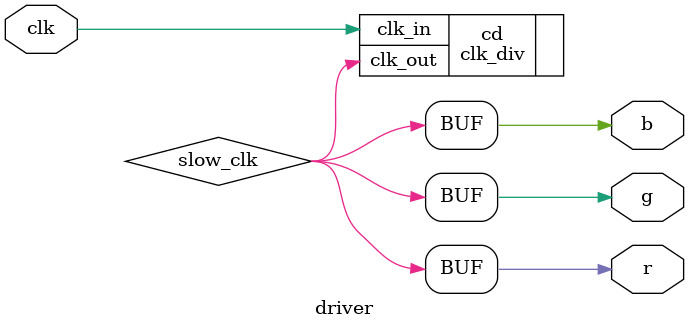
<source format=sv>
module driver (
	input logic clk,
	output logic r, g, b
);

	logic slow_clk;
	assign {r, g, b} = {3{slow_clk}};

	clk_div #(.CLK_IN(48_000_000), .CLK_OUT(10)) cd (
		.clk_in(clk),
		.clk_out(slow_clk)
	);

endmodule

</source>
